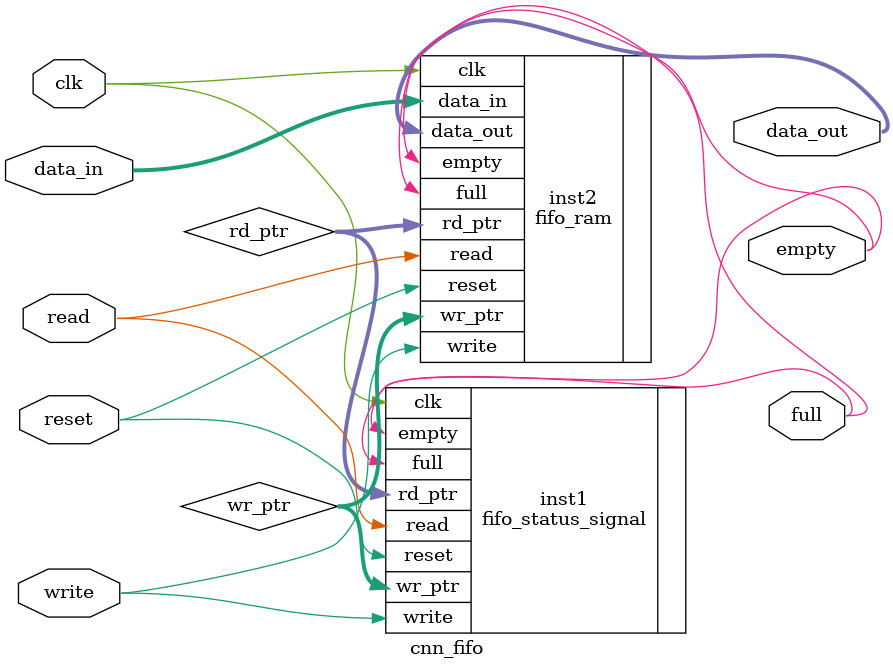
<source format=v>
module cnn_fifo (
	//input
	 clk
	,reset
	,write
	,read
	,data_in
	//output
	,data_out
	,full
	,empty
);

/////////////////////////////////////////////////////////////////////////
// Parameter
parameter DATA_WIDTH    = 32    ;
parameter DATA_DEPTH    = 131072;
parameter POINTER_WIDTH = 17    ;

/////////////////////////////////////////////////////////////////////////
// Input
input                  clk    ;
input                  reset  ;
input                  write  ;
input                  read   ;
input [DATA_WIDTH-1:0] data_in;

/////////////////////////////////////////////////////////////////////////
// Output
output [DATA_WIDTH-1:0] data_out;
output                  full    ;
output                  empty   ;

/////////////////////////////////////////////////////////////////////////
// Logic
wire                  clk    ;
wire                  reset  ;
wire                  write  ;
wire                  read   ;
wire [DATA_WIDTH-1:0] data_in;

wire [DATA_WIDTH-1:0] data_out;
wire                  full    ;
wire                  empty   ;

wire [POINTER_WIDTH-1:0] wr_ptr;
wire [POINTER_WIDTH-1:0] rd_ptr;

fifo_status_signal #(
	.DATA_DEPTH   (DATA_DEPTH   ),
	.POINTER_WIDTH(POINTER_WIDTH)
) inst1 (
	//input
	.reset (reset ),
	.clk   (clk   ),
	.write (write ),
	.read  (read  ),
	.wr_ptr(wr_ptr),
	.rd_ptr(rd_ptr),
	//output
	.full  (full  ),
	.empty (empty )
);

fifo_ram #(
	.DATA_WIDTH   (DATA_WIDTH   ),
	.DATA_DEPTH   (DATA_DEPTH   ),
	.POINTER_WIDTH(POINTER_WIDTH)
) inst2 (
	//input
	.clk     (clk     ),
	.reset   (reset   ),
	.write   (write   ),
	.read    (read    ),
	.full    (full    ),
	.empty   (empty   ),
	.wr_ptr  (wr_ptr  ),
	.rd_ptr  (rd_ptr  ),
	.data_in (data_in ),
	//output
	.data_out(data_out)
);

endmodule
</source>
